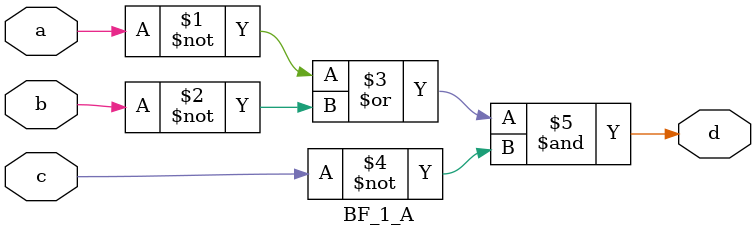
<source format=v>
`timescale 1ns / 1ps


module BF_1_A(
    input a, b, c,
    output d
    );
    assign d = (~a | ~b) & ~c;
    
endmodule

</source>
